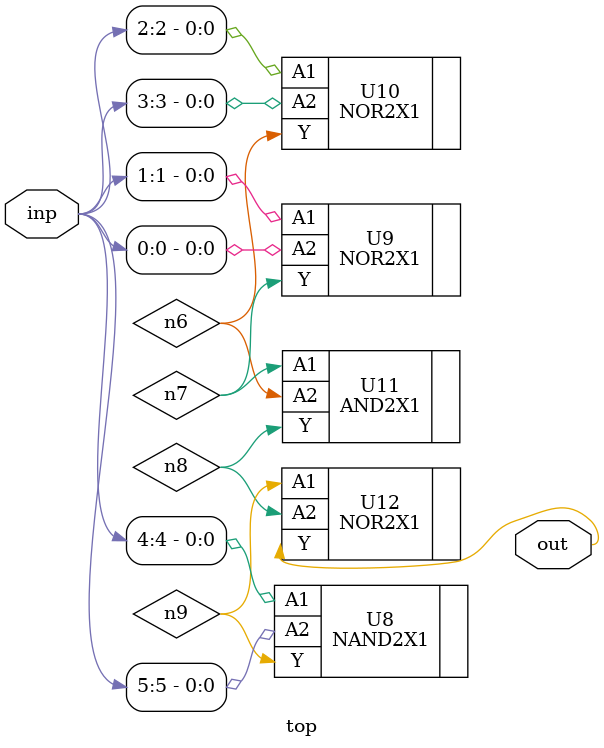
<source format=sv>


module top ( inp, out );
  input [5:0] inp;
  output out;
  wire   n6, n7, n8, n9;

  NAND2X1 U8 ( .A1(inp[4]), .A2(inp[5]), .Y(n9) );
  NOR2X1 U9 ( .A1(inp[1]), .A2(inp[0]), .Y(n7) );
  NOR2X1 U10 ( .A1(inp[2]), .A2(inp[3]), .Y(n6) );
  AND2X1 U11 ( .A1(n7), .A2(n6), .Y(n8) );
  NOR2X1 U12 ( .A1(n9), .A2(n8), .Y(out) );
endmodule


</source>
